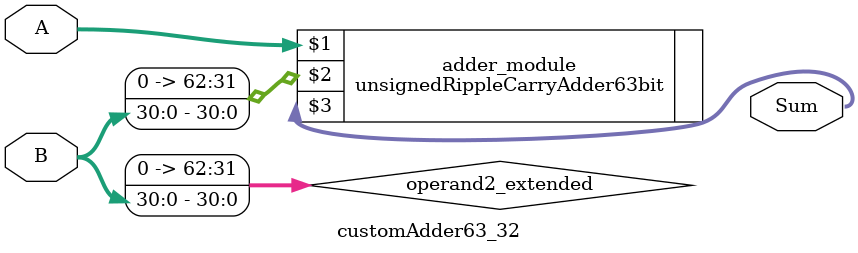
<source format=v>
module customAdder63_32(
                        input [62 : 0] A,
                        input [30 : 0] B,
                        
                        output [63 : 0] Sum
                );

        wire [62 : 0] operand2_extended;
        
        assign operand2_extended =  {32'b0, B};
        
        unsignedRippleCarryAdder63bit adder_module(
            A,
            operand2_extended,
            Sum
        );
        
        endmodule
        
</source>
